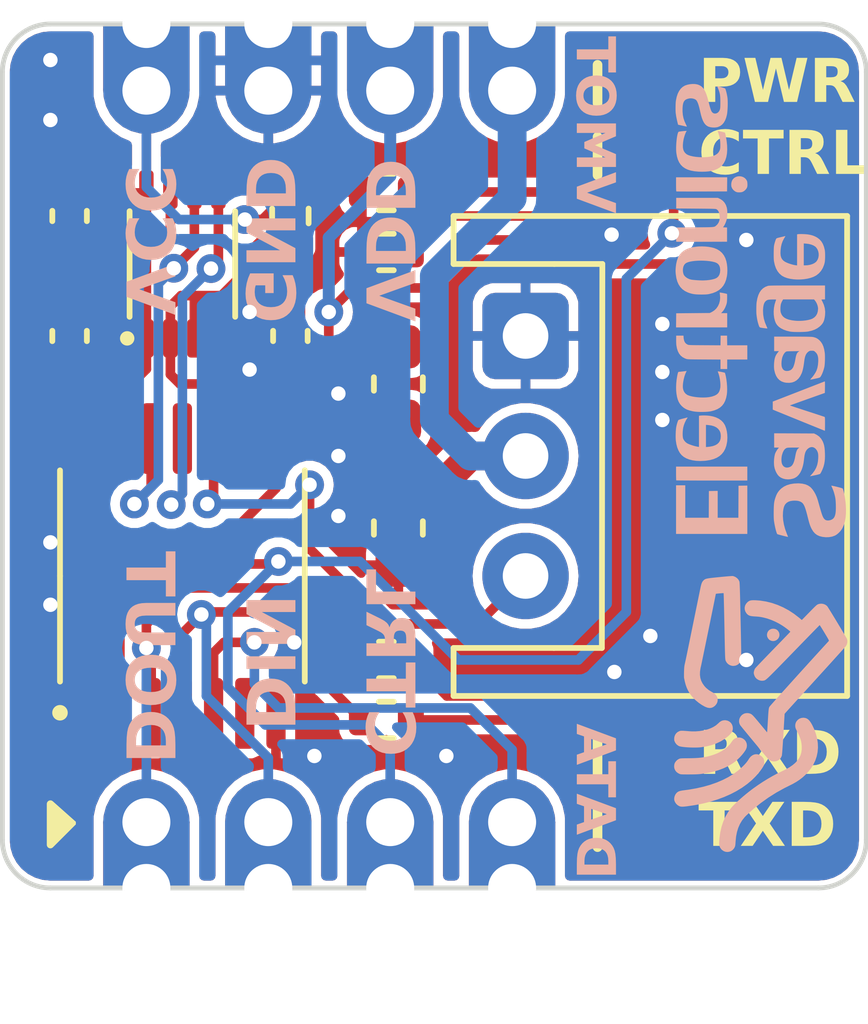
<source format=kicad_pcb>
(kicad_pcb (version 20221018) (generator pcbnew)
  (layers (0 "F.Cu" signal) (31 "B.Cu" signal) (34 "B.Paste" user) (35 "F.Paste" user) (36 "B.SilkS" user "B.Silkscreen") (37 "F.SilkS" user "F.Silkscreen") (38 "B.Mask" user) (39 "F.Mask" user) (44 "Edge.Cuts" user))
  (net 0 "")
  (net 1 "VDD")
  (net 2 "GND")
  (net 3 "VCC")
  (net 4 "Net-(D1-K)")
  (net 5 "Net-(D2-K)")
  (net 6 "Net-(D3-K)")
  (net 7 "CTRLL")
  (net 8 "Net-(D4-K)")
  (net 9 "RXDL")
  (net 10 "TXDL")
  (net 11 "DATAL")
  (net 12 "DATA")
  (net 15 "TXD")
  (net 16 "RXD")
  (net 17 "CTRL")
  (net 18 "VDC")
  (footprint "Savage_Electronics:Dynamixel_Driver" (layer "F.Cu") (at 120 80)
    (fp_text reference "FP0" hide)
    (fp_text value "Dynamixel PRO")
    (pad "1" thru_hole roundrect (at -5 7.6284) (size 1.8 1.8) (drill 1) (layers "*.Cu" "*.Mask") (roundrect_rratio 0.5) (net 9 "RXDL"))
    (pad "1" thru_hole roundrect (at -5 9 270) (size 1.524 1.8) (drill 1 (offset -0.76 0)) (property pad_prop_castellated) (layers "*.Cu" "*.Mask") (roundrect_rratio 0.1) (chamfer_ratio 0) (chamfer top_right bottom_right) (net 9 "RXDL"))
    (pad "2" thru_hole roundrect (at -2.46 7.6284) (size 1.8 1.8) (drill 1) (layers "*.Cu" "*.Mask") (roundrect_rratio 0.5) (net 10 "TXDL"))
    (pad "2" thru_hole roundrect (at -2.46 9 270) (size 1.524 1.8) (drill 1 (offset -0.76 0)) (property pad_prop_castellated) (layers "*.Cu" "*.Mask") (roundrect_rratio 0.1) (chamfer_ratio 0) (chamfer top_right bottom_right) (net 10 "TXDL"))
    (pad "3" thru_hole roundrect (at 0.08 7.6284) (size 1.8 1.8) (drill 1) (layers "*.Cu" "*.Mask") (roundrect_rratio 0.5) (net 7 "CTRLL"))
    (pad "3" thru_hole roundrect (at 0.08 9 270) (size 1.524 1.8) (drill 1 (offset -0.76 0)) (property pad_prop_castellated) (layers "*.Cu" "*.Mask") (roundrect_rratio 0.1) (chamfer_ratio 0) (chamfer top_right bottom_right) (net 7 "CTRLL"))
    (pad "4" thru_hole roundrect (at 2.62 7.6284) (size 1.8 1.8) (drill 1) (layers "*.Cu" "*.Mask") (roundrect_rratio 0.5) (net 11 "DATAL"))
    (pad "4" thru_hole roundrect (at 2.62 9 270) (size 1.524 1.8) (drill 1 (offset -0.76 0)) (property pad_prop_castellated) (layers "*.Cu" "*.Mask") (roundrect_rratio 0.1) (chamfer_ratio 0) (chamfer top_right bottom_right) (net 11 "DATAL"))
    (pad "5" thru_hole roundrect (at 2.62 -9 90) (size 1.524 1.8) (drill 1 (offset -0.76 0)) (property pad_prop_castellated) (layers "*.Cu" "*.Mask") (roundrect_rratio 0.1) (chamfer_ratio 0) (chamfer top_right bottom_right) (net 18 "VDC"))
    (pad "5" thru_hole roundrect (at 2.62 -7.6116 180) (size 1.8 1.8) (drill 1) (layers "*.Cu" "*.Mask") (roundrect_rratio 0.5) (net 18 "VDC"))
    (pad "6" thru_hole roundrect (at 0.08 -9 90) (size 1.524 1.8) (drill 1 (offset -0.76 0)) (property pad_prop_castellated) (layers "*.Cu" "*.Mask") (roundrect_rratio 0.1) (chamfer_ratio 0) (chamfer top_right bottom_right) (net 1 "VDD"))
    (pad "6" thru_hole roundrect (at 0.08 -7.6116 180) (size 1.8 1.8) (drill 1) (layers "*.Cu" "*.Mask") (roundrect_rratio 0.5) (net 1 "VDD"))
    (pad "7" thru_hole roundrect (at -2.46 -9 90) (size 1.524 1.8) (drill 1 (offset -0.76 0)) (property pad_prop_castellated) (layers "*.Cu" "*.Mask") (roundrect_rratio 0.1) (chamfer_ratio 0) (chamfer top_right bottom_right) (net 2 "GND"))
    (pad "7" thru_hole roundrect (at -2.46 -7.6116 180) (size 1.8 1.8) (drill 1) (layers "*.Cu" "*.Mask") (roundrect_rratio 0.5) (net 2 "GND"))
    (pad "8" thru_hole roundrect (at -5 -9 90) (size 1.524 1.8) (drill 1 (offset -0.76 0)) (property pad_prop_castellated) (layers "*.Cu" "*.Mask") (roundrect_rratio 0.1) (chamfer_ratio 0) (chamfer top_right bottom_right) (net 3 "VCC"))
    (pad "8" thru_hole roundrect (at -5 -7.6116 180) (size 1.8 1.8) (drill 1) (layers "*.Cu" "*.Mask") (roundrect_rratio 0.5) (net 3 "VCC"))
  )
  (footprint "Capacitor_SMD:C_0402_1005Metric" (layer "F.Cu") (at 113.4 75 -90)
    (fp_text reference "C2" hide)
    (fp_text value "0.1uF" hide)
    (pad "1" smd roundrect (at -0.48 0 270) (size 0.56 0.62) (layers "F.Cu" "F.Paste" "F.Mask") (net 3 "VCC"))
    (pad "2" smd roundrect (at 0.48 0 270) (size 0.56 0.62) (layers "F.Cu" "F.Paste" "F.Mask") (net 2 "GND"))
  )
  (footprint "Capacitor_SMD:C_0402_1005Metric" (layer "F.Cu") (at 118 77.5 90)
    (fp_text reference "C1" hide)
    (fp_text value "1uF")
    (pad "1" smd roundrect (at -0.48 0 90) (size 0.56 0.62) (layers "F.Cu" "F.Paste" "F.Mask") (net 1 "VDD"))
    (pad "2" smd roundrect (at 0.48 0 90) (size 0.56 0.62) (layers "F.Cu" "F.Paste" "F.Mask") (net 2 "GND"))
  )
  (footprint "Resistor_SMD:R_0402_1005Metric" (layer "F.Cu") (at 120 84.25 180)
    (fp_text reference "R1" hide)
    (fp_text value "1K")
    (pad "1" smd roundrect (at -0.51 0 180) (size 0.54 0.64) (layers "F.Cu" "F.Paste" "F.Mask") (net 4 "Net-(D1-K)"))
    (pad "2" smd roundrect (at 0.51 0 180) (size 0.54 0.64) (layers "F.Cu" "F.Paste" "F.Mask") (net 9 "RXDL"))
  )
  (footprint "Resistor_SMD:R_0402_1005Metric" (layer "F.Cu") (at 120 74.5 180)
    (fp_text reference "R4" hide)
    (fp_text value "1K")
    (pad "1" smd roundrect (at -0.51 0 180) (size 0.54 0.64) (layers "F.Cu" "F.Paste" "F.Mask") (net 8 "Net-(D4-K)"))
    (pad "2" smd roundrect (at 0.51 0 180) (size 0.54 0.64) (layers "F.Cu" "F.Paste" "F.Mask") (net 2 "GND"))
  )
  (footprint "Resistor_SMD:R_0402_1005Metric" (layer "F.Cu") (at 120 75.75 180)
    (fp_text reference "R3" hide)
    (fp_text value "1K")
    (pad "1" smd roundrect (at -0.51 0 180) (size 0.54 0.64) (layers "F.Cu" "F.Paste" "F.Mask") (net 6 "Net-(D3-K)"))
    (pad "2" smd roundrect (at 0.51 0 180) (size 0.54 0.64) (layers "F.Cu" "F.Paste" "F.Mask") (net 2 "GND"))
  )
  (footprint "Resistor_SMD:R_0402_1005Metric" (layer "F.Cu") (at 120 85.5 180)
    (fp_text reference "R2" hide)
    (fp_text value "1K")
    (pad "1" smd roundrect (at -0.51 0 180) (size 0.54 0.64) (layers "F.Cu" "F.Paste" "F.Mask") (net 5 "Net-(D2-K)"))
    (pad "2" smd roundrect (at 0.51 0 180) (size 0.54 0.64) (layers "F.Cu" "F.Paste" "F.Mask") (net 10 "TXDL"))
  )
  (footprint "JST_Connectors:JST_EH_S3B-EH_1x03_P2.50mm_Horizontal" (layer "F.Cu") (at 122.9 80 -90)
    (fp_text reference "J1" hide)
    (fp_text value "Conn_01x03_Socket" hide)
    (pad "1" thru_hole roundrect (at -2.5 0 270) (size 1.8 1.8) (drill 0.95) (layers "*.Cu" "*.Mask") (roundrect_rratio 0.1470588889) (net 2 "GND"))
    (pad "2" thru_hole oval (at 0 0 270) (size 1.8 1.8) (drill 0.95) (layers "*.Cu" "*.Mask") (net 18 "VDC"))
    (pad "3" thru_hole oval (at 2.5 0 270) (size 1.8 1.8) (drill 0.95) (layers "*.Cu" "*.Mask") (net 12 "DATA"))
  )
  (footprint "Capacitor_SMD:C_0603_1608Metric" (layer "F.Cu") (at 120.25 78.5 90)
    (fp_text reference "C3" hide)
    (fp_text value "10uF")
    (pad "1" smd roundrect (at -0.775 0 90) (size 0.9 0.95) (layers "F.Cu" "F.Paste" "F.Mask") (net 18 "VDC"))
    (pad "2" smd roundrect (at 0.775 0 90) (size 0.9 0.95) (layers "F.Cu" "F.Paste" "F.Mask") (net 2 "GND"))
  )
  (footprint "Resistor_SMD:R_0402_1005Metric" (layer "F.Cu") (at 118 75 -90)
    (fp_text reference "R5" hide)
    (fp_text value "10K")
    (pad "1" smd roundrect (at -0.51 0 270) (size 0.54 0.64) (layers "F.Cu" "F.Paste" "F.Mask") (net 3 "VCC"))
    (pad "2" smd roundrect (at 0.51 0 270) (size 0.54 0.64) (layers "F.Cu" "F.Paste" "F.Mask") (net 12 "DATA"))
  )
  (footprint "SMD_MONO_LED:0402LED" (layer "F.Cu") (at 125.5 72.25)
    (fp_text reference "D4" hide)
    (fp_text value "Green")
    (pad "1" smd roundrect (at -0.485 0) (size 0.59 0.64) (layers "F.Cu" "F.Paste" "F.Mask") (net 8 "Net-(D4-K)"))
    (pad "2" smd roundrect (at 0.485 0) (size 0.59 0.64) (layers "F.Cu" "F.Paste" "F.Mask") (net 1 "VDD"))
  )
  (footprint "SMD_MONO_LED:0402LED" (layer "F.Cu") (at 125.5 86.25)
    (fp_text reference "D1" hide)
    (fp_text value "Orange")
    (pad "1" smd roundrect (at -0.485 0) (size 0.59 0.64) (layers "F.Cu" "F.Paste" "F.Mask") (net 4 "Net-(D1-K)"))
    (pad "2" smd roundrect (at 0.485 0) (size 0.59 0.64) (layers "F.Cu" "F.Paste" "F.Mask") (net 1 "VDD"))
  )
  (footprint "SMD_MONO_LED:0402LED" (layer "F.Cu") (at 125.5 73.75)
    (fp_text reference "D3" hide)
    (fp_text value "Blue")
    (pad "1" smd roundrect (at -0.485 0) (size 0.59 0.64) (layers "F.Cu" "F.Paste" "F.Mask") (net 6 "Net-(D3-K)"))
    (pad "2" smd roundrect (at 0.485 0) (size 0.59 0.64) (layers "F.Cu" "F.Paste" "F.Mask") (net 7 "CTRLL"))
  )
  (footprint "Capacitor_SMD:C_0603_1608Metric" (layer "F.Cu") (at 120.25 81.5 -90)
    (fp_text reference "C4" hide)
    (fp_text value "1uF")
    (pad "1" smd roundrect (at -0.775 0 270) (size 0.9 0.95) (layers "F.Cu" "F.Paste" "F.Mask") (net 18 "VDC"))
    (pad "2" smd roundrect (at 0.775 0 270) (size 0.9 0.95) (layers "F.Cu" "F.Paste" "F.Mask") (net 2 "GND"))
  )
  (footprint "VSSOP_SMD:VSSOP-8_2.3x2mm_P0.5mm" (layer "F.Cu") (at 115.75 76 90)
    (fp_text reference "U2" hide)
    (fp_text value "SN74LVC2G241DCTR")
    (pad "1" smd roundrect (at -1.55 -0.75) (size 0.3 0.8) (layers "F.Cu" "F.Paste" "F.Mask") (net 17 "CTRL"))
    (pad "2" smd roundrect (at -1.55 -0.25) (size 0.3 0.8) (layers "F.Cu" "F.Paste" "F.Mask") (net 12 "DATA"))
    (pad "3" smd roundrect (at -1.55 0.25) (size 0.3 0.8) (layers "F.Cu" "F.Paste" "F.Mask") (net 12 "DATA"))
    (pad "4" smd roundrect (at -1.55 0.75) (size 0.3 0.8) (layers "F.Cu" "F.Paste" "F.Mask") (net 2 "GND"))
    (pad "5" smd roundrect (at 1.55 0.75) (size 0.3 0.8) (layers "F.Cu" "F.Paste" "F.Mask") (net 15 "TXD"))
    (pad "6" smd roundrect (at 1.55 0.25) (size 0.3 0.8) (layers "F.Cu" "F.Paste" "F.Mask") (net 16 "RXD"))
    (pad "7" smd roundrect (at 1.55 -0.25) (size 0.3 0.8) (layers "F.Cu" "F.Paste" "F.Mask") (net 17 "CTRL"))
    (pad "8" smd roundrect (at 1.55 -0.75) (size 0.3 0.8) (layers "F.Cu" "F.Paste" "F.Mask") (net 3 "VCC"))
  )
  (footprint "Capacitor_SMD:C_0402_1005Metric" (layer "F.Cu") (at 113.4 77.5 90)
    (fp_text reference "C5" hide)
    (fp_text value "0.1uF")
    (pad "1" smd roundrect (at -0.48 0 90) (size 0.56 0.62) (layers "F.Cu" "F.Paste" "F.Mask") (net 1 "VDD"))
    (pad "2" smd roundrect (at 0.48 0 90) (size 0.56 0.62) (layers "F.Cu" "F.Paste" "F.Mask") (net 2 "GND"))
  )
  (footprint "SMD_MONO_LED:0402LED" (layer "F.Cu") (at 125.5 87.75)
    (fp_text reference "D2" hide)
    (fp_text value "Orange")
    (pad "1" smd roundrect (at -0.485 0) (size 0.59 0.64) (layers "F.Cu" "F.Paste" "F.Mask") (net 5 "Net-(D2-K)"))
    (pad "2" smd roundrect (at 0.485 0) (size 0.59 0.64) (layers "F.Cu" "F.Paste" "F.Mask") (net 1 "VDD"))
  )
  (footprint "TSSOP_SMD:TSSOP14_5x4.4_0.65" (layer "F.Cu") (at 115.75 82.5 90)
    (fp_text reference "U1" hide)
    (fp_text value "TXB0104PWR")
    (pad "1" smd roundrect (at -2.8625 -1.95 90) (size 1.475 0.4) (layers "F.Cu" "F.Paste" "F.Mask") (net 1 "VDD"))
    (pad "2" smd roundrect (at -2.8625 -1.3 90) (size 1.475 0.4) (layers "F.Cu" "F.Paste" "F.Mask") (net 7 "CTRLL"))
    (pad "3" smd roundrect (at -2.8625 -0.65 90) (size 1.475 0.4) (layers "F.Cu" "F.Paste" "F.Mask") (net 9 "RXDL"))
    (pad "4" smd roundrect (at -2.8625 0 90) (size 1.475 0.4) (layers "F.Cu" "F.Paste" "F.Mask") (net 10 "TXDL"))
    (pad "5" smd roundrect (at -2.8625 0.65 90) (size 1.475 0.4) (layers "F.Cu" "F.Paste" "F.Mask") (net 11 "DATAL"))
    (pad "6" smd roundrect (at -2.8625 1.3 90) (size 1.475 0.4) (layers "F.Cu" "F.Paste" "F.Mask"))
    (pad "7" smd roundrect (at -2.8625 1.95 90) (size 1.475 0.4) (layers "F.Cu" "F.Paste" "F.Mask") (net 2 "GND"))
    (pad "8" smd roundrect (at 2.8625 1.95 90) (size 1.475 0.4) (layers "F.Cu" "F.Paste" "F.Mask") (net 1 "VDD"))
    (pad "9" smd roundrect (at 2.8625 1.3 90) (size 1.475 0.4) (layers "F.Cu" "F.Paste" "F.Mask"))
    (pad "10" smd roundrect (at 2.8625 0.65 90) (size 1.475 0.4) (layers "F.Cu" "F.Paste" "F.Mask") (net 12 "DATA"))
    (pad "11" smd roundrect (at 2.8625 0 90) (size 1.475 0.4) (layers "F.Cu" "F.Paste" "F.Mask") (net 15 "TXD"))
    (pad "12" smd roundrect (at 2.8625 -0.65 90) (size 1.475 0.4) (layers "F.Cu" "F.Paste" "F.Mask") (net 16 "RXD"))
    (pad "13" smd roundrect (at 2.8625 -1.3 90) (size 1.475 0.4) (layers "F.Cu" "F.Paste" "F.Mask") (net 17 "CTRL"))
    (pad "14" smd roundrect (at 2.8625 -1.95 90) (size 1.475 0.4) (layers "F.Cu" "F.Paste" "F.Mask") (net 3 "VCC"))
  )
  (footprint "SE_Graphics:G_SELOGO_SMALL" (layer "B.Cu") (at 127.8 80.25 180)
    (fp_text reference "G_logoSmall" hide)
    (fp_text value "LOGO" hide)
  )
  (gr_poly (pts (xy 113 88.1) (xy 113 87.25) (xy 113.45 87.65)) (stroke (width 0.15)) (fill solid) (layer "F.SilkS"))
  (gr_arc (start 129 71) (mid 129.707107 71.292893) (end 130 72) (stroke (width 0.1)) (layer "Edge.Cuts"))
  (gr_line (start 113 89) (end 129 89) (stroke (width 0.1)) (layer "Edge.Cuts"))
  (gr_arc (start 113 89) (mid 112.292893 88.707107) (end 112 88) (stroke (width 0.1)) (layer "Edge.Cuts"))
  (gr_line (start 130 88) (end 130 72) (stroke (width 0.1)) (layer "Edge.Cuts"))
  (gr_arc (start 130 88) (mid 129.707107 88.707107) (end 129 89) (stroke (width 0.1)) (layer "Edge.Cuts"))
  (gr_arc (start 112 72) (mid 112.292893 71.292893) (end 113 71) (stroke (width 0.1)) (layer "Edge.Cuts"))
  (gr_line (start 129 71) (end 113 71) (stroke (width 0.1)) (layer "Edge.Cuts"))
  (gr_line (start 112 72) (end 112 88) (stroke (width 0.1)) (layer "Edge.Cuts"))
  (gr_text "DATA\n" (at 124.3 87.2 270) (layer "B.SilkS") (effects (font (size 0.8 0.8) (thickness 0.2) bold) (justify mirror)))
  (gr_text "DOUT" (at 115 84.2 270) (layer "B.SilkS") (effects (font (size 1 1) (thickness 0.2) bold) (justify mirror)))
  (gr_text "VCC\n" (at 115 75.5 270) (layer "B.SilkS") (effects (font (size 1 1) (thickness 0.2) bold) (justify mirror)))
  (gr_text "CTRL" (at 120 84.3 270) (layer "B.SilkS") (effects (font (size 1 1) (thickness 0.2) bold) (justify mirror)))
  (gr_text "VMOT\n" (at 124.3 73.1 270) (layer "B.SilkS") (effects (font (size 0.8 0.8) (thickness 0.2) bold) (justify mirror)))
  (gr_text "VDD\n" (at 120 75.5 270) (layer "B.SilkS") (effects (font (size 1 1) (thickness 0.2) bold) (justify mirror)))
  (gr_text "DIN" (at 117.5 84.3 270) (layer "B.SilkS") (effects (font (size 1 1) (thickness 0.2) bold) (justify mirror)))
  (gr_text "GND\n" (at 117.5 75.5 270) (layer "B.SilkS") (effects (font (size 1 1) (thickness 0.2) bold) (justify mirror)))
  (gr_text "PWR" (at 126.5 72.25) (layer "F.SilkS") (effects (font (size 0.9 0.9) (thickness 0.2) bold) (justify left)))
  (gr_text "TXD" (at 126.5 87.75) (layer "F.SilkS") (effects (font (size 0.9 0.9) (thickness 0.2) bold) (justify left)))
  (gr_text "CTRL" (at 126.5 73.75) (layer "F.SilkS") (effects (font (size 0.9 0.9) (thickness 0.2) bold) (justify left)))
  (gr_text "RXD\n" (at 126.5 86.25) (layer "F.SilkS") (effects (font (size 0.9 0.9) (thickness 0.2) bold) (justify left)))
  (segment (start 125.985 87.75) (end 125.985 84.765) (width 0.2) (layer "F.Cu") (net 1))
  (segment (start 117.7 80.674006) (end 116.624006 81.75) (width 0.2) (layer "F.Cu") (net 1))
  (segment (start 117.7 79.6375) (end 117.7 78.8) (width 0.2) (layer "F.Cu") (net 1))
  (segment (start 118.8 77) (end 118.8 77.7) (width 0.2) (layer "F.Cu") (net 1))
  (segment (start 118.52 77.98) (end 118 77.98) (width 0.2) (layer "F.Cu") (net 1))
  (segment (start 126.75 73.015) (end 125.985 72.25) (width 0.2) (layer "F.Cu") (net 1))
  (segment (start 118.8 77.7) (end 118.52 77.98) (width 0.2) (layer "F.Cu") (net 1))
  (segment (start 113.2 80.9) (end 114.05 81.75) (width 0.2) (layer "F.Cu") (net 1))
  (segment (start 126.75 84) (end 126.75 73.015) (width 0.2) (layer "F.Cu") (net 1))
  (segment (start 125.985 84.765) (end 126.75 84) (width 0.2) (layer "F.Cu") (net 1))
  (segment (start 118.8 77) (end 119.3 76.5) (width 0.2) (layer "F.Cu") (net 1))
  (segment (start 113.4 77.98) (end 113.4 78.5) (width 0.2) (layer "F.Cu") (net 1))
  (segment (start 124 76) (end 126.25 76) (width 0.2) (layer "F.Cu") (net 1))
  (segment (start 126.25 76) (end 126.75 75.5) (width 0.2) (layer "F.Cu") (net 1))
  (segment (start 113.8 83.2) (end 113.8 85.3625) (width 0.2) (layer "F.Cu") (net 1))
  (segment (start 113.4 78.5) (end 113.2 78.7) (width 0.2) (layer "F.Cu") (net 1))
  (segment (start 121.75 75.5) (end 123.5 75.5) (width 0.2) (layer "F.Cu") (net 1))
  (segment (start 113.2 78.7) (end 113.2 80.9) (width 0.2) (layer "F.Cu") (net 1))
  (segment (start 123.5 75.5) (end 124 76) (width 0.2) (layer "F.Cu") (net 1))
  (segment (start 119.3 76.5) (end 120.75 76.5) (width 0.2) (layer "F.Cu") (net 1))
  (segment (start 115.25 81.75) (end 113.8 83.2) (width 0.2) (layer "F.Cu") (net 1))
  (segment (start 116.624006 81.75) (end 115.25 81.75) (width 0.2) (layer "F.Cu") (net 1))
  (segment (start 117.7 79.6375) (end 117.7 80.674006) (width 0.2) (layer "F.Cu") (net 1))
  (segment (start 118 78.5) (end 118 77.98) (width 0.2) (layer "F.Cu") (net 1))
  (segment (start 114.05 81.75) (end 115.25 81.75) (width 0.2) (layer "F.Cu") (net 1))
  (segment (start 120.75 76.5) (end 121.75 75.5) (width 0.2) (layer "F.Cu") (net 1))
  (segment (start 117.7 78.8) (end 118 78.5) (width 0.2) (layer "F.Cu") (net 1))
  (via (at 118.8 77) (size 0.6) (drill 0.3) (layers "F.Cu" "B.Cu") (net 1))
  (segment (start 120.08 74.17) (end 120.08 72.3884) (width 0.25) (layer "B.Cu") (net 1))
  (segment (start 118.8 77) (end 118.8 75.45) (width 0.25) (layer "B.Cu") (net 1))
  (segment (start 118.8 75.45) (end 120.08 74.17) (width 0.25) (layer "B.Cu") (net 1))
  (via (at 118.5 86.25) (size 0.6) (drill 0.3) (layers "F.Cu" "B.Cu") (net 2))
  (via (at 125.5 83.75) (size 0.6) (drill 0.3) (layers "F.Cu" "B.Cu") (net 2))
  (via (at 119 78.7) (size 0.6) (drill 0.3) (layers "F.Cu" "B.Cu") (net 2))
  (via (at 117.15 77) (size 0.6) (drill 0.3) (layers "F.Cu" "B.Cu") (net 2))
  (via (at 113 83.1) (size 0.6) (drill 0.3) (layers "F.Cu" "B.Cu") (net 2))
  (via (at 125.75 77.25) (size 0.6) (drill 0.3) (layers "F.Cu" "B.Cu") (net 2))
  (via (at 127.5 84.25) (size 0.6) (drill 0.3) (layers "F.Cu" "B.Cu") (net 2))
  (via (at 125.75 78.25) (size 0.6) (drill 0.3) (layers "F.Cu" "B.Cu") (net 2))
  (via (at 121.25 86.25) (size 0.6) (drill 0.3) (layers "F.Cu" "B.Cu") (net 2))
  (via (at 119 81.25) (size 0.6) (drill 0.3) (layers "F.Cu" "B.Cu") (net 2))
  (via (at 124.692721 75.388444) (size 0.6) (drill 0.3) (layers "F.Cu" "B.Cu") (net 2))
  (via (at 119 80) (size 0.6) (drill 0.3) (layers "F.Cu" "B.Cu") (net 2))
  (via (at 117.15 78.2) (size 0.6) (drill 0.3) (layers "F.Cu" "B.Cu") (net 2))
  (via (at 127.5 75.5) (size 0.6) (drill 0.3) (layers "F.Cu" "B.Cu") (net 2))
  (via (at 113 73) (size 0.6) (drill 0.3) (layers "F.Cu" "B.Cu") (net 2))
  (via (at 124.75 84.5) (size 0.6) (drill 0.3) (layers "F.Cu" "B.Cu") (net 2))
  (via (at 113 71.75) (size 0.6) (drill 0.3) (layers "F.Cu" "B.Cu") (net 2))
  (via (at 118.079264 83.883155) (size 0.6) (drill 0.3) (layers "F.Cu" "B.Cu") (net 2))
  (via (at 125.75 79.25) (size 0.6) (drill 0.3) (layers "F.Cu" "B.Cu") (net 2))
  (via (at 113 81.8) (size 0.6) (drill 0.3) (layers "F.Cu" "B.Cu") (net 2))
  (segment (start 113.8 79.6375) (end 113.8 78.7) (width 0.2) (layer "F.Cu") (net 3))
  (segment (start 114.5 75.61242) (end 115 75.11242) (width 0.2) (layer "F.Cu") (net 3))
  (segment (start 114.5 78) (end 114.5 75.61242) (width 0.2) (layer "F.Cu") (net 3))
  (segment (start 115 74.45) (end 115 72.3884) (width 0.2) (layer "F.Cu") (net 3))
  (segment (start 117.0519 75.073786) (end 117.416214 75.073786) (width 0.2) (layer "F.Cu") (net 3))
  (segment (start 113.5 74.52) (end 114.93 74.52) (width 0.2) (layer "F.Cu") (net 3))
  (segment (start 115 75.11242) (end 115 74.45) (width 0.2) (layer "F.Cu") (net 3))
  (segment (start 117.416214 75.073786) (end 118 74.49) (width 0.2) (layer "F.Cu") (net 3))
  (segment (start 114.93 74.52) (end 115 74.45) (width 0.2) (layer "F.Cu") (net 3))
  (segment (start 113.8 78.7) (end 114.5 78) (width 0.2) (layer "F.Cu") (net 3))
  (via (at 117.0519 75.073786) (size 0.6) (drill 0.3) (layers "F.Cu" "B.Cu") (net 3))
  (segment (start 117.0519 75.073786) (end 115.673786 75.073786) (width 0.2) (layer "B.Cu") (net 3))
  (segment (start 115.673786 75.073786) (end 115 74.4) (width 0.2) (layer "B.Cu") (net 3))
  (segment (start 115 74.4) (end 115 72.3884) (width 0.2) (layer "B.Cu") (net 3))
  (segment (start 121.26 85) (end 120.51 84.25) (width 0.2) (layer "F.Cu") (net 4))
  (segment (start 123.765 85) (end 121.26 85) (width 0.2) (layer "F.Cu") (net 4))
  (segment (start 125.015 86.25) (end 123.765 85) (width 0.2) (layer "F.Cu") (net 4))
  (segment (start 124.25 86.985) (end 124.25 86.25) (width 0.2) (layer "F.Cu") (net 5))
  (segment (start 123.5 85.5) (end 120.51 85.5) (width 0.2) (layer "F.Cu") (net 5))
  (segment (start 124.25 86.25) (end 123.5 85.5) (width 0.2) (layer "F.Cu") (net 5))
  (segment (start 125.015 87.75) (end 124.25 86.985) (width 0.2) (layer "F.Cu") (net 5))
  (segment (start 121.26 75) (end 123.765 75) (width 0.2) (layer "F.Cu") (net 6))
  (segment (start 120.51 75.75) (end 121.26 75) (width 0.2) (layer "F.Cu") (net 6))
  (segment (start 123.765 75) (end 125.015 73.75) (width 0.2) (layer "F.Cu") (net 6))
  (segment (start 115.5 82.25) (end 114.4476 83.3024) (width 0.2) (layer "F.Cu") (net 7))
  (segment (start 125.985 75.322847) (end 125.985 73.75) (width 0.2) (layer "F.Cu") (net 7))
  (segment (start 114.4476 85.3601) (end 114.45 85.3625) (width 0.2) (layer "F.Cu") (net 7))
  (segment (start 117.6981 82.25) (end 115.5 82.25) (width 0.2) (layer "F.Cu") (net 7))
  (segment (start 117.75 82.1981) (end 117.6981 82.25) (width 0.2) (layer "F.Cu") (net 7))
  (segment (start 125.9481 75.359747) (end 125.985 75.322847) (width 0.2) (layer "F.Cu") (net 7))
  (segment (start 114.4476 83.3024) (end 114.4476 85.3601) (width 0.2) (layer "F.Cu") (net 7))
  (via (at 125.9481 75.359747) (size 0.6) (drill 0.3) (layers "F.Cu" "B.Cu") (net 7))
  (via (at 117.75 82.1981) (size 0.6) (drill 0.3) (layers "F.Cu" "B.Cu") (net 7))
  (segment (start 119.6024 85.6024) (end 117.478216 85.6024) (width 0.2) (layer "B.Cu") (net 7))
  (segment (start 119.4481 82.1981) (end 117.75 82.1981) (width 0.2) (layer "B.Cu") (net 7))
  (segment (start 117.478216 85.6024) (end 116.6976 84.821784) (width 0.2) (layer "B.Cu") (net 7))
  (segment (start 121.5 84.25) (end 119.4481 82.1981) (width 0.2) (layer "B.Cu") (net 7))
  (segment (start 125 83.25) (end 124 84.25) (width 0.2) (layer "B.Cu") (net 7))
  (segment (start 116.6976 84.821784) (end 116.6976 83.2505) (width 0.2) (layer "B.Cu") (net 7))
  (segment (start 125 76.307847) (end 125 83.25) (width 0.2) (layer "B.Cu") (net 7))
  (segment (start 116.6976 83.2505) (end 117.75 82.1981) (width 0.2) (layer "B.Cu") (net 7))
  (segment (start 120.08 86.08) (end 119.6024 85.6024) (width 0.2) (layer "B.Cu") (net 7))
  (segment (start 125.9481 75.359747) (end 125 76.307847) (width 0.2) (layer "B.Cu") (net 7))
  (segment (start 124 84.25) (end 121.5 84.25) (width 0.2) (layer "B.Cu") (net 7))
  (segment (start 120.08 87.6284) (end 120.08 86.08) (width 0.2) (layer "B.Cu") (net 7))
  (segment (start 124.25 73.75) (end 123.5 74.5) (width 0.2) (layer "F.Cu") (net 8))
  (segment (start 123.5 74.5) (end 120.51 74.5) (width 0.2) (layer "F.Cu") (net 8))
  (segment (start 124.25 73.015) (end 124.25 73.75) (width 0.2) (layer "F.Cu") (net 8))
  (segment (start 125.015 72.25) (end 124.25 73.015) (width 0.2) (layer "F.Cu") (net 8))
  (segment (start 118.625 82.75) (end 119.49 83.615) (width 0.2) (layer "F.Cu") (net 9))
  (segment (start 119.49 83.615) (end 119.49 84.25) (width 0.2) (layer "F.Cu") (net 9))
  (segment (start 115.1 84.1) (end 115.1 85.3625) (width 0.2) (layer "F.Cu") (net 9))
  (segment (start 115 83.5) (end 115.75 82.75) (width 0.2) (layer "F.Cu") (net 9))
  (segment (start 115 84) (end 115.1 84.1) (width 0.2) (layer "F.Cu") (net 9))
  (segment (start 115 84) (end 115 83.5) (width 0.2) (layer "F.Cu") (net 9))
  (segment (start 115.75 82.75) (end 118.625 82.75) (width 0.2) (layer "F.Cu") (net 9))
  (via (at 115 84) (size 0.6) (drill 0.3) (layers "F.Cu" "B.Cu") (net 9))
  (segment (start 115 87.6284) (end 115 84) (width 0.2) (layer "B.Cu") (net 9))
  (segment (start 116.1457 83.3019) (end 115.75 83.6976) (width 0.2) (layer "F.Cu") (net 10))
  (segment (start 118.5 83.25) (end 118.75 83.5) (width 0.2) (layer "F.Cu") (net 10))
  (segment (start 116.1457 83.3019) (end 116.1981 83.3019) (width 0.2) (layer "F.Cu") (net 10))
  (segment (start 118.75 83.5) (end 118.75 84.76) (width 0.2) (layer "F.Cu") (net 10))
  (segment (start 116.25 83.25) (end 118.5 83.25) (width 0.2) (layer "F.Cu") (net 10))
  (segment (start 116.1981 83.3019) (end 116.25 83.25) (width 0.2) (layer "F.Cu") (net 10))
  (segment (start 115.75 83.6976) (end 115.75 85.3625) (width 0.2) (layer "F.Cu") (net 10))
  (segment (start 118.75 84.76) (end 119.49 85.5) (width 0.2) (layer "F.Cu") (net 10))
  (via (at 116.1457 83.3019) (size 0.6) (drill 0.3) (layers "F.Cu" "B.Cu") (net 10))
  (segment (start 116.25 83.4062) (end 116.25 85) (width 0.2) (layer "B.Cu") (net 10))
  (segment (start 117.54 86.29) (end 117.54 87.6284) (width 0.2) (layer "B.Cu") (net 10))
  (segment (start 116.1457 83.3019) (end 116.25 83.4062) (width 0.2) (layer "B.Cu") (net 10))
  (segment (start 116.25 85) (end 117.54 86.29) (width 0.2) (layer "B.Cu") (net 10))
  (segment (start 116.616845 83.883155) (end 116.4 84.1) (width 0.2) (layer "F.Cu") (net 11))
  (segment (start 117.25 83.883155) (end 116.616845 83.883155) (width 0.2) (layer "F.Cu") (net 11))
  (segment (start 116.4 84.1) (end 116.4 85.3625) (width 0.2) (layer "F.Cu") (net 11))
  (via (at 117.25 83.883155) (size 0.6) (drill 0.3) (layers "F.Cu" "B.Cu") (net 11))
  (segment (start 117.25 83.8019) (end 117.25 84.75) (width 0.2) (layer "B.Cu") (net 11))
  (segment (start 121.75 85.25) (end 122.62 86.12) (width 0.2) (layer "B.Cu") (net 11))
  (segment (start 122.62 86.12) (end 122.62 87.6284) (width 0.2) (layer "B.Cu") (net 11))
  (segment (start 117.75 85.25) (end 121.75 85.25) (width 0.2) (layer "B.Cu") (net 11))
  (segment (start 117.25 84.75) (end 117.75 85.25) (width 0.2) (layer "B.Cu") (net 11))
  (segment (start 116 76.75) (end 116 77.55) (width 0.2) (layer "F.Cu") (net 12))
  (segment (start 118.4 81.931658) (end 119.968342 83.5) (width 0.2) (layer "F.Cu") (net 12))
  (segment (start 115.5 77.55) (end 115.5 76.880998) (width 0.2) (layer "F.Cu") (net 12))
  (segment (start 117.39 75.51) (end 117.1 75.8) (width 0.2) (layer "F.Cu") (net 12))
  (segment (start 117.1 76.121416) (end 116.563181 76.658235) (width 0.2) (layer "F.Cu") (net 12))
  (segment (start 115.5 76.880998) (end 115.722763 76.658235) (width 0.2) (layer "F.Cu") (net 12))
  (segment (start 116.4 78.65) (end 116.25 78.5) (width 0.2) (layer "F.Cu") (net 12))
  (segment (start 116.268904 80.999655) (end 116.4 80.868559) (width 0.2) (layer "F.Cu") (net 12))
  (segment (start 116.4 79.6375) (end 116.4 78.65) (width 0.2) (layer "F.Cu") (net 12))
  (segment (start 117.1 75.8) (end 117.1 76.121416) (width 0.2) (layer "F.Cu") (net 12))
  (segment (start 118.4 80.6) (end 118.4 81.931658) (width 0.2) (layer "F.Cu") (net 12))
  (segment (start 115.722763 76.658235) (end 116.091765 76.658235) (width 0.2) (layer "F.Cu") (net 12))
  (segment (start 119.968342 83.5) (end 121.9 83.5) (width 0.2) (layer "F.Cu") (net 12))
  (segment (start 121.9 83.5) (end 122.9 82.5) (width 0.2) (layer "F.Cu") (net 12))
  (segment (start 116.25 78.5) (end 115.7 78.5) (width 0.2) (layer "F.Cu") (net 12))
  (segment (start 115.5 78.3) (end 115.5 77.55) (width 0.2) (layer "F.Cu") (net 12))
  (segment (start 116.091765 76.658235) (end 116 76.75) (width 0.2) (layer "F.Cu") (net 12))
  (segment (start 116.563181 76.658235) (end 116.091765 76.658235) (width 0.2) (layer "F.Cu") (net 12))
  (segment (start 115.7 78.5) (end 115.5 78.3) (width 0.2) (layer "F.Cu") (net 12))
  (segment (start 118 75.51) (end 117.39 75.51) (width 0.2) (layer "F.Cu") (net 12))
  (segment (start 116.4 80.868559) (end 116.4 79.6375) (width 0.2) (layer "F.Cu") (net 12))
  (via (at 118.4 80.6) (size 0.6) (drill 0.3) (layers "F.Cu" "B.Cu") (net 12))
  (via (at 116.268904 80.999655) (size 0.6) (drill 0.3) (layers "F.Cu" "B.Cu") (net 12))
  (segment (start 118.000345 80.999655) (end 116.268904 80.999655) (width 0.2) (layer "B.Cu") (net 12))
  (segment (start 118.4 80.6) (end 118.000345 80.999655) (width 0.2) (layer "B.Cu") (net 12))
  (segment (start 115.75 79.6375) (end 115.75 80.780505) (width 0.2) (layer "F.Cu") (net 15))
  (segment (start 115.75 80.780505) (end 115.517127 81.013378) (width 0.2) (layer "F.Cu") (net 15))
  (segment (start 116.345455 76.095455) (end 116.5 75.94091) (width 0.2) (layer "F.Cu") (net 15))
  (segment (start 116.5 75.94091) (end 116.5 74.45) (width 0.2) (layer "F.Cu") (net 15))
  (via (at 116.345455 76.095455) (size 0.6) (drill 0.3) (layers "F.Cu" "B.Cu") (net 15))
  (via (at 115.517127 81.013378) (size 0.6) (drill 0.3) (layers "F.Cu" "B.Cu") (net 15))
  (segment (start 115.75 80.780505) (end 115.517127 81.013378) (width 0.2) (layer "B.Cu") (net 15))
  (segment (start 115.75 76.69091) (end 115.75 80.780505) (width 0.2) (layer "B.Cu") (net 15))
  (segment (start 116.345455 76.095455) (end 115.75 76.69091) (width 0.2) (layer "B.Cu") (net 15))
  (segment (start 116 75.660405) (end 116 74.45) (width 0.2) (layer "F.Cu") (net 16))
  (segment (start 115.571567 76.088838) (end 116 75.660405) (width 0.2) (layer "F.Cu") (net 16))
  (segment (start 115.1 80.65) (end 114.75 81) (width 0.2) (layer "F.Cu") (net 16))
  (segment (start 115.1 79.6375) (end 115.1 80.65) (width 0.2) (layer "F.Cu") (net 16))
  (via (at 114.75 81) (size 0.6) (drill 0.3) (layers "F.Cu" "B.Cu") (net 16))
  (via (at 115.571567 76.088838) (size 0.6) (drill 0.3) (layers "F.Cu" "B.Cu") (net 16))
  (segment (start 115.25 76.410405) (end 115.25 80.5) (width 0.2) (layer "B.Cu") (net 16))
  (segment (start 115.571567 76.088838) (end 115.25 76.410405) (width 0.2) (layer "B.Cu") (net 16))
  (segment (start 115.25 80.5) (end 114.75 81) (width 0.2) (layer "B.Cu") (net 16))
  (segment (start 115.5 75.296622) (end 115.5 74.45) (width 0.2) (layer "F.Cu") (net 17))
  (segment (start 115 78.188918) (end 115 77.55) (width 0.2) (layer "F.Cu") (net 17))
  (segment (start 114.45 79.6375) (end 114.45 78.738918) (width 0.2) (layer "F.Cu") (net 17))
  (segment (start 115 75.796622) (end 115.5 75.296622) (width 0.2) (layer "F.Cu") (net 17))
  (segment (start 114.45 78.738918) (end 115 78.188918) (width 0.2) (layer "F.Cu") (net 17))
  (segment (start 115 77.55) (end 115 75.796622) (width 0.2) (layer "F.Cu") (net 17))
  (segment (start 120.25 80.725) (end 120.25 79.275) (width 0.6) (layer "F.Cu") (net 18))
  (segment (start 122.9 80) (end 121.75 80) (width 0.6) (layer "F.Cu") (net 18))
  (segment (start 121.025 80.725) (end 120.25 80.725) (width 0.6) (layer "F.Cu") (net 18))
  (segment (start 121.75 80) (end 121.025 80.725) (width 0.6) (layer "F.Cu") (net 18))
  (segment (start 121.75 80) (end 121 79.25) (width 0.6) (layer "B.Cu") (net 18))
  (segment (start 122.9 80) (end 121.75 80) (width 0.6) (layer "B.Cu") (net 18))
  (segment (start 122.62 74.63) (end 122.62 72.3884) (width 0.6) (layer "B.Cu") (net 18))
  (segment (start 121 76.25) (end 122.62 74.63) (width 0.6) (layer "B.Cu") (net 18))
  (segment (start 121 79.25) (end 121 76.25) (width 0.6) (layer "B.Cu") (net 18))
  (zone (net 2) (net_name "GND") (layers "F&B.Cu") (connect_pads (clearance 0.2)) (min_thickness 0.2) (fill yes (thermal_gap 0.2) (thermal_bridge_width 0.2))
    (polygon (pts (xy 112 89) (xy 130 89) (xy 130 71) (xy 112 71)))
  )
)
</source>
